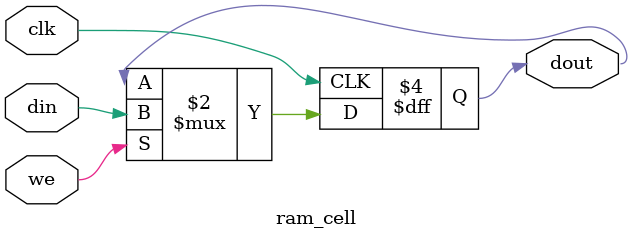
<source format=v>
module ram_cell(input clk, input we, input din, output reg dout);
  always @(posedge clk) begin
    if (we)
      dout <= din;
  end
endmodule



</source>
